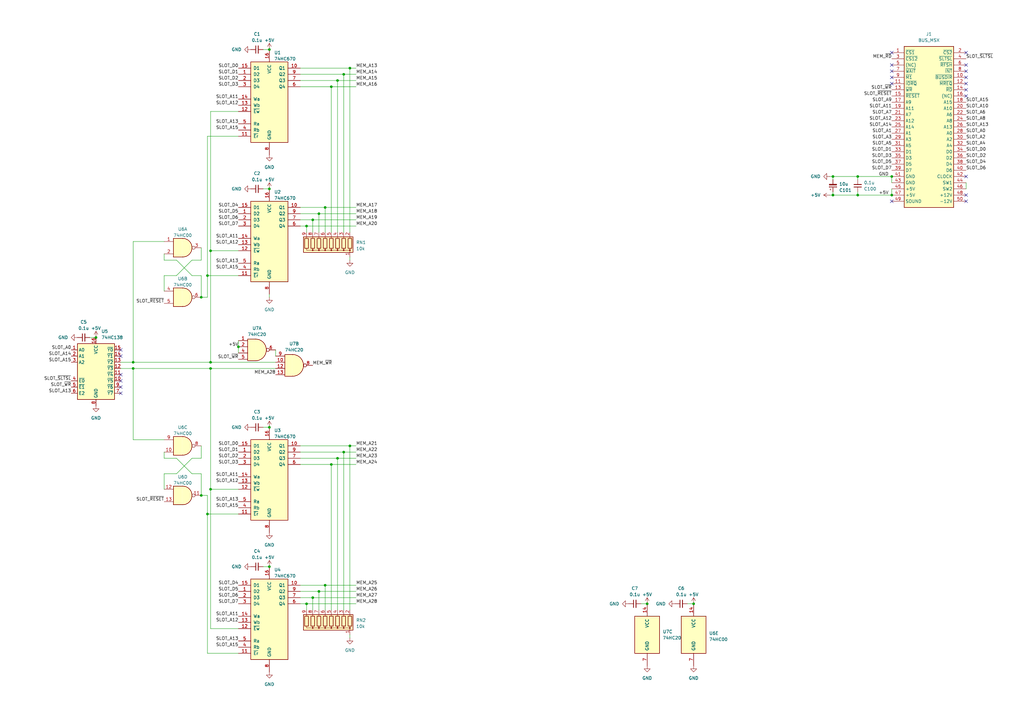
<source format=kicad_sch>
(kicad_sch (version 20230121) (generator eeschema)
  (paper "A3")
  (title_block (title "16bitバンク メガロムコントローラー (74x670版)") (date "2024-02-28") (rev "0") (company "Goripon Hardware"))
  (lib_symbols
    (symbol "74xx:74HC138"
      (property "Reference" "U" (at -7.62 13.97 0))
      (property "Value" "74HC138" (at 2.54 -11.43 0))
      (symbol "74HC138_0_1"
        (rectangle (start -7.62 12.7) (end 7.62 -10.16) (stroke (width 0.254)) (fill (type background)))
      )
      (symbol "74HC138_1_1"
        (pin input line (at -10.16 10.16 0) (length 2.54) (name "A0") (number "1"))
        (pin output line (at 10.16 -2.54 180) (length 2.54) (name "~{Y5}") (number "10"))
        (pin output line (at 10.16 0 180) (length 2.54) (name "~{Y4}") (number "11"))
        (pin output line (at 10.16 2.54 180) (length 2.54) (name "~{Y3}") (number "12"))
        (pin output line (at 10.16 5.08 180) (length 2.54) (name "~{Y2}") (number "13"))
        (pin output line (at 10.16 7.62 180) (length 2.54) (name "~{Y1}") (number "14"))
        (pin output line (at 10.16 10.16 180) (length 2.54) (name "~{Y0}") (number "15"))
        (pin power_in line (at 0 15.24 270) (length 2.54) (name "VCC") (number "16"))
        (pin input line (at -10.16 7.62 0) (length 2.54) (name "A1") (number "2"))
        (pin input line (at -10.16 5.08 0) (length 2.54) (name "A2") (number "3"))
        (pin input line (at -10.16 -2.54 0) (length 2.54) (name "~{E0}") (number "4"))
        (pin input line (at -10.16 -5.08 0) (length 2.54) (name "~{E1}") (number "5"))
        (pin input line (at -10.16 -7.62 0) (length 2.54) (name "E2") (number "6"))
        (pin output line (at 10.16 -7.62 180) (length 2.54) (name "~{Y7}") (number "7"))
        (pin power_in line (at 0 -12.7 90) (length 2.54) (name "GND") (number "8"))
        (pin output line (at 10.16 -5.08 180) (length 2.54) (name "~{Y6}") (number "9"))
      )
    )
    (symbol "74xx:74LS00" (pin_names (offset 1.016))
      (property "Reference" "U" (at 0 1.27 0))
      (property "Value" "74LS00" (at 0 -1.27 0))
      (symbol "74LS00_1_1"
        (arc (start 0 -3.81) (mid 3.7934 0) (end 0 3.81) (stroke (width 0.254)) (fill (type background)))
        (polyline (pts (xy 0 3.81) (xy -3.81 3.81) (xy -3.81 -3.81) (xy 0 -3.81)) (stroke (width 0.254)) (fill (type background)))
        (pin input line (at -7.62 2.54 0) (length 3.81) (name "~") (number "1"))
        (pin input line (at -7.62 -2.54 0) (length 3.81) (name "~") (number "2"))
        (pin output inverted (at 7.62 0 180) (length 3.81) (name "~") (number "3"))
      )
      (symbol "74LS00_1_2"
        (arc (start -3.81 -3.81) (mid -2.589 0) (end -3.81 3.81) (stroke (width 0.254)))
        (arc (start -0.6096 -3.81) (mid 2.1842 -2.5851) (end 3.81 0) (stroke (width 0.254)) (fill (type background)))
        (polyline (pts (xy -3.81 -3.81) (xy -0.635 -3.81)) (stroke (width 0.254)) (fill (type background)))
        (polyline (pts (xy -3.81 3.81) (xy -0.635 3.81)) (stroke (width 0.254)) (fill (type background)))
        (polyline (pts (xy -0.635 3.81) (xy -3.81 3.81) (xy -3.81 3.81) (xy -3.556 3.4036) (xy -3.0226 2.2606) (xy -2.6924 1.0414) (xy -2.6162 -0.254) (xy -2.7686 -1.4986) (xy -3.175 -2.7178) (xy -3.81 -3.81) (xy -3.81 -3.81) (xy -0.635 -3.81)) (stroke (width -25.4)) (fill (type background)))
        (arc (start 3.81 0) (mid 2.1915 2.5936) (end -0.6096 3.81) (stroke (width 0.254)) (fill (type background)))
        (pin input inverted (at -7.62 2.54 0) (length 4.318) (name "~") (number "1"))
        (pin input inverted (at -7.62 -2.54 0) (length 4.318) (name "~") (number "2"))
        (pin output line (at 7.62 0 180) (length 3.81) (name "~") (number "3"))
      )
      (symbol "74LS00_2_1"
        (arc (start 0 -3.81) (mid 3.7934 0) (end 0 3.81) (stroke (width 0.254)) (fill (type background)))
        (polyline (pts (xy 0 3.81) (xy -3.81 3.81) (xy -3.81 -3.81) (xy 0 -3.81)) (stroke (width 0.254)) (fill (type background)))
        (pin input line (at -7.62 2.54 0) (length 3.81) (name "~") (number "4"))
        (pin input line (at -7.62 -2.54 0) (length 3.81) (name "~") (number "5"))
        (pin output inverted (at 7.62 0 180) (length 3.81) (name "~") (number "6"))
      )
      (symbol "74LS00_2_2"
        (arc (start -3.81 -3.81) (mid -2.589 0) (end -3.81 3.81) (stroke (width 0.254)))
        (arc (start -0.6096 -3.81) (mid 2.1842 -2.5851) (end 3.81 0) (stroke (width 0.254)) (fill (type background)))
        (polyline (pts (xy -3.81 -3.81) (xy -0.635 -3.81)) (stroke (width 0.254)) (fill (type background)))
        (polyline (pts (xy -3.81 3.81) (xy -0.635 3.81)) (stroke (width 0.254)) (fill (type background)))
        (polyline (pts (xy -0.635 3.81) (xy -3.81 3.81) (xy -3.81 3.81) (xy -3.556 3.4036) (xy -3.0226 2.2606) (xy -2.6924 1.0414) (xy -2.6162 -0.254) (xy -2.7686 -1.4986) (xy -3.175 -2.7178) (xy -3.81 -3.81) (xy -3.81 -3.81) (xy -0.635 -3.81)) (stroke (width -25.4)) (fill (type background)))
        (arc (start 3.81 0) (mid 2.1915 2.5936) (end -0.6096 3.81) (stroke (width 0.254)) (fill (type background)))
        (pin input inverted (at -7.62 2.54 0) (length 4.318) (name "~") (number "4"))
        (pin input inverted (at -7.62 -2.54 0) (length 4.318) (name "~") (number "5"))
        (pin output line (at 7.62 0 180) (length 3.81) (name "~") (number "6"))
      )
      (symbol "74LS00_3_1"
        (arc (start 0 -3.81) (mid 3.7934 0) (end 0 3.81) (stroke (width 0.254)) (fill (type background)))
        (polyline (pts (xy 0 3.81) (xy -3.81 3.81) (xy -3.81 -3.81) (xy 0 -3.81)) (stroke (width 0.254)) (fill (type background)))
        (pin input line (at -7.62 -2.54 0) (length 3.81) (name "~") (number "10"))
        (pin output inverted (at 7.62 0 180) (length 3.81) (name "~") (number "8"))
        (pin input line (at -7.62 2.54 0) (length 3.81) (name "~") (number "9"))
      )
      (symbol "74LS00_3_2"
        (arc (start -3.81 -3.81) (mid -2.589 0) (end -3.81 3.81) (stroke (width 0.254)))
        (arc (start -0.6096 -3.81) (mid 2.1842 -2.5851) (end 3.81 0) (stroke (width 0.254)) (fill (type background)))
        (polyline (pts (xy -3.81 -3.81) (xy -0.635 -3.81)) (stroke (width 0.254)) (fill (type background)))
        (polyline (pts (xy -3.81 3.81) (xy -0.635 3.81)) (stroke (width 0.254)) (fill (type background)))
        (polyline (pts (xy -0.635 3.81) (xy -3.81 3.81) (xy -3.81 3.81) (xy -3.556 3.4036) (xy -3.0226 2.2606) (xy -2.6924 1.0414) (xy -2.6162 -0.254) (xy -2.7686 -1.4986) (xy -3.175 -2.7178) (xy -3.81 -3.81) (xy -3.81 -3.81) (xy -0.635 -3.81)) (stroke (width -25.4)) (fill (type background)))
        (arc (start 3.81 0) (mid 2.1915 2.5936) (end -0.6096 3.81) (stroke (width 0.254)) (fill (type background)))
        (pin input inverted (at -7.62 -2.54 0) (length 4.318) (name "~") (number "10"))
        (pin output line (at 7.62 0 180) (length 3.81) (name "~") (number "8"))
        (pin input inverted (at -7.62 2.54 0) (length 4.318) (name "~") (number "9"))
      )
      (symbol "74LS00_4_1"
        (arc (start 0 -3.81) (mid 3.7934 0) (end 0 3.81) (stroke (width 0.254)) (fill (type background)))
        (polyline (pts (xy 0 3.81) (xy -3.81 3.81) (xy -3.81 -3.81) (xy 0 -3.81)) (stroke (width 0.254)) (fill (type background)))
        (pin output inverted (at 7.62 0 180) (length 3.81) (name "~") (number "11"))
        (pin input line (at -7.62 2.54 0) (length 3.81) (name "~") (number "12"))
        (pin input line (at -7.62 -2.54 0) (length 3.81) (name "~") (number "13"))
      )
      (symbol "74LS00_4_2"
        (arc (start -3.81 -3.81) (mid -2.589 0) (end -3.81 3.81) (stroke (width 0.254)))
        (arc (start -0.6096 -3.81) (mid 2.1842 -2.5851) (end 3.81 0) (stroke (width 0.254)) (fill (type background)))
        (polyline (pts (xy -3.81 -3.81) (xy -0.635 -3.81)) (stroke (width 0.254)) (fill (type background)))
        (polyline (pts (xy -3.81 3.81) (xy -0.635 3.81)) (stroke (width 0.254)) (fill (type background)))
        (polyline (pts (xy -0.635 3.81) (xy -3.81 3.81) (xy -3.81 3.81) (xy -3.556 3.4036) (xy -3.0226 2.2606) (xy -2.6924 1.0414) (xy -2.6162 -0.254) (xy -2.7686 -1.4986) (xy -3.175 -2.7178) (xy -3.81 -3.81) (xy -3.81 -3.81) (xy -0.635 -3.81)) (stroke (width -25.4)) (fill (type background)))
        (arc (start 3.81 0) (mid 2.1915 2.5936) (end -0.6096 3.81) (stroke (width 0.254)) (fill (type background)))
        (pin output line (at 7.62 0 180) (length 3.81) (name "~") (number "11"))
        (pin input inverted (at -7.62 2.54 0) (length 4.318) (name "~") (number "12"))
        (pin input inverted (at -7.62 -2.54 0) (length 4.318) (name "~") (number "13"))
      )
      (symbol "74LS00_5_0"
        (pin power_in line (at 0 12.7 270) (length 5.08) (name "VCC") (number "14"))
        (pin power_in line (at 0 -12.7 90) (length 5.08) (name "GND") (number "7"))
      )
      (symbol "74LS00_5_1"
        (rectangle (start -5.08 7.62) (end 5.08 -7.62) (stroke (width 0.254)) (fill (type background)))
      )
    )
    (symbol "74xx:74LS670" (pin_names (offset 1.016))
      (property "Reference" "U" (at -7.62 16.51 0))
      (property "Value" "74LS670" (at -7.62 -19.05 0))
      (symbol "74LS670_1_0"
        (pin input line (at -12.7 10.16 0) (length 5.08) (name "D2") (number "1"))
        (pin tri_state line (at 12.7 12.7 180) (length 5.08) (name "Q1") (number "10"))
        (pin input line (at -12.7 -15.24 0) (length 5.08) (name "~{Er}") (number "11"))
        (pin input line (at -12.7 -5.08 0) (length 5.08) (name "~{Ew}") (number "12"))
        (pin input line (at -12.7 -2.54 0) (length 5.08) (name "Wb") (number "13"))
        (pin input line (at -12.7 0 0) (length 5.08) (name "Wa") (number "14"))
        (pin input line (at -12.7 12.7 0) (length 5.08) (name "D1") (number "15"))
        (pin power_in line (at 0 20.32 270) (length 5.08) (name "VCC") (number "16"))
        (pin input line (at -12.7 7.62 0) (length 5.08) (name "D3") (number "2"))
        (pin input line (at -12.7 5.08 0) (length 5.08) (name "D4") (number "3"))
        (pin input line (at -12.7 -12.7 0) (length 5.08) (name "Rb") (number "4"))
        (pin input line (at -12.7 -10.16 0) (length 5.08) (name "Ra") (number "5"))
        (pin tri_state line (at 12.7 5.08 180) (length 5.08) (name "Q4") (number "6"))
        (pin tri_state line (at 12.7 7.62 180) (length 5.08) (name "Q3") (number "7"))
        (pin power_in line (at 0 -22.86 90) (length 5.08) (name "GND") (number "8"))
        (pin tri_state line (at 12.7 10.16 180) (length 5.08) (name "Q2") (number "9"))
      )
      (symbol "74LS670_1_1"
        (rectangle (start -7.62 15.24) (end 7.62 -17.78) (stroke (width 0.254)) (fill (type background)))
      )
    )
    (symbol "Device:C_Polarized_Small" (pin_numbers hide) (pin_names (offset 0.254) hide)
      (property "Reference" "C" (at 0.254 1.778 0))
      (property "Value" "C_Polarized_Small" (at 0.254 -2.032 0))
      (symbol "C_Polarized_Small_0_1"
        (rectangle (start -1.524 -0.3048) (end 1.524 -0.6858) (fill (type outline)))
        (rectangle (start -1.524 0.6858) (end 1.524 0.3048))
        (polyline (pts (xy -1.27 1.524) (xy -0.762 1.524)))
        (polyline (pts (xy -1.016 1.27) (xy -1.016 1.778)))
      )
      (symbol "C_Polarized_Small_1_1"
        (pin passive line (at 0 2.54 270) (length 1.8542) (name "~") (number "1"))
        (pin passive line (at 0 -2.54 90) (length 1.8542) (name "~") (number "2"))
      )
    )
    (symbol "Device:C_Small" (pin_numbers hide) (pin_names (offset 0.254) hide)
      (property "Reference" "C" (at 0.254 1.778 0))
      (property "Value" "C_Small" (at 0.254 -2.032 0))
      (symbol "C_Small_0_1"
        (polyline (pts (xy -1.524 -0.508) (xy 1.524 -0.508)) (stroke (width 0.3302)))
        (polyline (pts (xy -1.524 0.508) (xy 1.524 0.508)) (stroke (width 0.3048)))
      )
      (symbol "C_Small_1_1"
        (pin passive line (at 0 2.54 270) (length 2.032) (name "~") (number "1"))
        (pin passive line (at 0 -2.54 90) (length 2.032) (name "~") (number "2"))
      )
    )
    (symbol "Device:R_Network08" (pin_names (offset 0) hide)
      (property "Reference" "RN" (at -12.7 0 90))
      (property "Value" "R_Network08" (at 10.16 0 90))
      (symbol "R_Network08_0_1"
        (rectangle (start -11.43 -3.175) (end 8.89 3.175) (stroke (width 0.254)) (fill (type background)))
        (rectangle (start -10.922 1.524) (end -9.398 -2.54) (stroke (width 0.254)))
        (circle (center -10.16 2.286) (radius 0.254) (fill (type outline)))
        (rectangle (start -8.382 1.524) (end -6.858 -2.54) (stroke (width 0.254)))
        (circle (center -7.62 2.286) (radius 0.254) (fill (type outline)))
        (rectangle (start -5.842 1.524) (end -4.318 -2.54) (stroke (width 0.254)))
        (circle (center -5.08 2.286) (radius 0.254) (fill (type outline)))
        (rectangle (start -3.302 1.524) (end -1.778 -2.54) (stroke (width 0.254)))
        (circle (center -2.54 2.286) (radius 0.254) (fill (type outline)))
        (rectangle (start -0.762 1.524) (end 0.762 -2.54) (stroke (width 0.254)))
        (polyline (pts (xy -10.16 -2.54) (xy -10.16 -3.81)))
        (polyline (pts (xy -7.62 -2.54) (xy -7.62 -3.81)))
        (polyline (pts (xy -5.08 -2.54) (xy -5.08 -3.81)))
        (polyline (pts (xy -2.54 -2.54) (xy -2.54 -3.81)))
        (polyline (pts (xy 0 -2.54) (xy 0 -3.81)))
        (polyline (pts (xy 2.54 -2.54) (xy 2.54 -3.81)))
        (polyline (pts (xy 5.08 -2.54) (xy 5.08 -3.81)))
        (polyline (pts (xy 7.62 -2.54) (xy 7.62 -3.81)))
        (polyline (pts (xy -10.16 1.524) (xy -10.16 2.286) (xy -7.62 2.286) (xy -7.62 1.524)))
        (polyline (pts (xy -7.62 1.524) (xy -7.62 2.286) (xy -5.08 2.286) (xy -5.08 1.524)))
        (polyline (pts (xy -5.08 1.524) (xy -5.08 2.286) (xy -2.54 2.286) (xy -2.54 1.524)))
        (polyline (pts (xy -2.54 1.524) (xy -2.54 2.286) (xy 0 2.286) (xy 0 1.524)))
        (polyline (pts (xy 0 1.524) (xy 0 2.286) (xy 2.54 2.286) (xy 2.54 1.524)))
        (polyline (pts (xy 2.54 1.524) (xy 2.54 2.286) (xy 5.08 2.286) (xy 5.08 1.524)))
        (polyline (pts (xy 5.08 1.524) (xy 5.08 2.286) (xy 7.62 2.286) (xy 7.62 1.524)))
        (circle (center 0 2.286) (radius 0.254) (fill (type outline)))
        (rectangle (start 1.778 1.524) (end 3.302 -2.54) (stroke (width 0.254)))
        (circle (center 2.54 2.286) (radius 0.254) (fill (type outline)))
        (rectangle (start 4.318 1.524) (end 5.842 -2.54) (stroke (width 0.254)))
        (circle (center 5.08 2.286) (radius 0.254) (fill (type outline)))
        (rectangle (start 6.858 1.524) (end 8.382 -2.54) (stroke (width 0.254)))
      )
      (symbol "R_Network08_1_1"
        (pin passive line (at -10.16 5.08 270) (length 2.54) (name "common") (number "1"))
        (pin passive line (at -10.16 -5.08 90) (length 1.27) (name "R1") (number "2"))
        (pin passive line (at -7.62 -5.08 90) (length 1.27) (name "R2") (number "3"))
        (pin passive line (at -5.08 -5.08 90) (length 1.27) (name "R3") (number "4"))
        (pin passive line (at -2.54 -5.08 90) (length 1.27) (name "R4") (number "5"))
        (pin passive line (at 0 -5.08 90) (length 1.27) (name "R5") (number "6"))
        (pin passive line (at 2.54 -5.08 90) (length 1.27) (name "R6") (number "7"))
        (pin passive line (at 5.08 -5.08 90) (length 1.27) (name "R7") (number "8"))
        (pin passive line (at 7.62 -5.08 90) (length 1.27) (name "R8") (number "9"))
      )
    )
    (symbol "ProjectLibrary:BUS_MSX"
      (property "Reference" "J" (at 0 42.545 0))
      (property "Value" "BUS_MSX" (at 0 -27.94 0))
      (symbol "BUS_MSX_0_1"
        (rectangle (start -10.16 40.64) (end 10.16 -25.4) (stroke (width 0.254)) (fill (type background)))
      )
      (symbol "BUS_MSX_1_1"
        (pin passive line (at -15.24 38.1 0) (length 5.08) (name "~{CS1}") (number "1"))
        (pin passive line (at 15.24 27.94 180) (length 5.08) (name "~{BUSDIR}") (number "10"))
        (pin passive line (at -15.24 25.4 0) (length 5.08) (name "~{IORQ}") (number "11"))
        (pin passive line (at 15.24 25.4 180) (length 5.08) (name "~{MREQ}") (number "12"))
        (pin passive line (at -15.24 22.86 0) (length 5.08) (name "~{WR}") (number "13"))
        (pin passive line (at 15.24 22.86 180) (length 5.08) (name "~{RD}") (number "14"))
        (pin passive line (at -15.24 20.32 0) (length 5.08) (name "~{RESET}") (number "15"))
        (pin passive line (at 15.24 20.32 180) (length 5.08) (name "(NC)") (number "16"))
        (pin passive line (at -15.24 17.78 0) (length 5.08) (name "A9") (number "17"))
        (pin passive line (at 15.24 17.78 180) (length 5.08) (name "A15") (number "18"))
        (pin passive line (at -15.24 15.24 0) (length 5.08) (name "A11") (number "19"))
        (pin passive line (at 15.24 38.1 180) (length 5.08) (name "~{CS2}") (number "2"))
        (pin passive line (at 15.24 15.24 180) (length 5.08) (name "A10") (number "20"))
        (pin passive line (at -15.24 12.7 0) (length 5.08) (name "A7") (number "21"))
        (pin passive line (at 15.24 12.7 180) (length 5.08) (name "A6") (number "22"))
        (pin passive line (at -15.24 10.16 0) (length 5.08) (name "A12") (number "23"))
        (pin passive line (at 15.24 10.16 180) (length 5.08) (name "A8") (number "24"))
        (pin passive line (at -15.24 7.62 0) (length 5.08) (name "A14") (number "25"))
        (pin passive line (at 15.24 7.62 180) (length 5.08) (name "A13") (number "26"))
        (pin passive line (at -15.24 5.08 0) (length 5.08) (name "A1") (number "27"))
        (pin passive line (at 15.24 5.08 180) (length 5.08) (name "A0") (number "28"))
        (pin passive line (at -15.24 2.54 0) (length 5.08) (name "A3") (number "29"))
        (pin passive line (at -15.24 35.56 0) (length 5.08) (name "~{CS12}") (number "3"))
        (pin passive line (at 15.24 2.54 180) (length 5.08) (name "A2") (number "30"))
        (pin passive line (at -15.24 0 0) (length 5.08) (name "A5") (number "31"))
        (pin passive line (at 15.24 0 180) (length 5.08) (name "A4") (number "32"))
        (pin passive line (at -15.24 -2.54 0) (length 5.08) (name "D1") (number "33"))
        (pin passive line (at 15.24 -2.54 180) (length 5.08) (name "D0") (number "34"))
        (pin passive line (at -15.24 -5.08 0) (length 5.08) (name "D3") (number "35"))
        (pin passive line (at 15.24 -5.08 180) (length 5.08) (name "D2") (number "36"))
        (pin passive line (at -15.24 -7.62 0) (length 5.08) (name "D5") (number "37"))
        (pin passive line (at 15.24 -7.62 180) (length 5.08) (name "D4") (number "38"))
        (pin passive line (at -15.24 -10.16 0) (length 5.08) (name "D7") (number "39"))
        (pin passive line (at 15.24 35.56 180) (length 5.08) (name "~{SLTSL}") (number "4"))
        (pin passive line (at 15.24 -10.16 180) (length 5.08) (name "D6") (number "40"))
        (pin passive line (at -15.24 -12.7 0) (length 5.08) (name "GND") (number "41"))
        (pin passive line (at 15.24 -12.7 180) (length 5.08) (name "CLOCK") (number "42"))
        (pin passive line (at -15.24 -15.24 0) (length 5.08) (name "GND") (number "43"))
        (pin passive line (at 15.24 -15.24 180) (length 5.08) (name "SW1") (number "44"))
        (pin passive line (at -15.24 -17.78 0) (length 5.08) (name "+5V") (number "45"))
        (pin passive line (at 15.24 -17.78 180) (length 5.08) (name "SW2") (number "46"))
        (pin passive line (at -15.24 -20.32 0) (length 5.08) (name "+5V") (number "47"))
        (pin passive line (at 15.24 -20.32 180) (length 5.08) (name "+12V") (number "48"))
        (pin passive line (at -15.24 -22.86 0) (length 5.08) (name "SOUND") (number "49"))
        (pin passive line (at -15.24 33.02 0) (length 5.08) (name "(NC)") (number "5"))
        (pin passive line (at 15.24 -22.86 180) (length 5.08) (name "-12V") (number "50"))
        (pin passive line (at 15.24 33.02 180) (length 5.08) (name "~{RFSH}") (number "6"))
        (pin passive line (at -15.24 30.48 0) (length 5.08) (name "~{WAIT}") (number "7"))
        (pin passive line (at 15.24 30.48 180) (length 5.08) (name "~{INT}") (number "8"))
        (pin passive line (at -15.24 27.94 0) (length 5.08) (name "~{M1}") (number "9"))
      )
    )
    (symbol "_GoriponsoftLibrary:74HC20" (pin_names (offset 1.016))
      (property "Reference" "U" (at 0 1.27 0))
      (property "Value" "74HC20" (at 0 -1.27 0))
      (symbol "74HC20_1_1"
        (arc (start -0.635 -4.445) (mid 3.7907 0) (end -0.635 4.445) (stroke (width 0.254)) (fill (type background)))
        (polyline (pts (xy -0.635 4.445) (xy -3.81 4.445) (xy -3.81 -4.445) (xy -0.635 -4.445)) (stroke (width 0.254)) (fill (type background)))
        (pin input line (at -7.62 3.81 0) (length 3.81) (name "~") (number "1"))
        (pin input line (at -7.62 1.27 0) (length 3.81) (name "~") (number "2"))
        (pin input line (at -7.62 -1.27 0) (length 3.81) (name "~") (number "4"))
        (pin input line (at -7.62 -3.81 0) (length 3.81) (name "~") (number "5"))
        (pin output inverted (at 7.62 0 180) (length 3.81) (name "~") (number "6"))
      )
      (symbol "74HC20_1_2"
        (arc (start -3.81 -4.445) (mid -2.5908 0) (end -3.81 4.445) (stroke (width 0.254)))
        (arc (start -0.6096 -4.445) (mid 2.2246 -2.8422) (end 3.81 0) (stroke (width 0.254)) (fill (type background)))
        (polyline (pts (xy -3.81 -4.445) (xy -0.635 -4.445)) (stroke (width 0.254)) (fill (type background)))
        (polyline (pts (xy -3.81 4.445) (xy -0.635 4.445)) (stroke (width 0.254)) (fill (type background)))
        (polyline (pts (xy -0.635 4.445) (xy -3.81 4.445) (xy -3.81 4.445) (xy -3.6322 4.0894) (xy -3.0988 2.921) (xy -2.7686 1.6764) (xy -2.6162 0.4318) (xy -2.6416 -0.8636) (xy -2.8702 -2.1082) (xy -3.2512 -3.3274) (xy -3.81 -4.445) (xy -3.81 -4.445) (xy -0.635 -4.445)) (stroke (width -25.4)) (fill (type background)))
        (arc (start 3.81 0) (mid 2.2204 2.8379) (end -0.6096 4.445) (stroke (width 0.254)) (fill (type background)))
        (pin input inverted (at -7.62 3.81 0) (length 3.81) (name "~") (number "1"))
        (pin input inverted (at -7.62 1.27 0) (length 4.826) (name "~") (number "2"))
        (pin input inverted (at -7.62 -1.27 0) (length 4.826) (name "~") (number "4"))
        (pin input inverted (at -7.62 -3.81 0) (length 3.81) (name "~") (number "5"))
        (pin output line (at 7.62 0 180) (length 3.81) (name "~") (number "6"))
      )
      (symbol "74HC20_2_1"
        (arc (start -0.635 -4.445) (mid 3.7907 0) (end -0.635 4.445) (stroke (width 0.254)) (fill (type background)))
        (polyline (pts (xy -0.635 4.445) (xy -3.81 4.445) (xy -3.81 -4.445) (xy -0.635 -4.445)) (stroke (width 0.254)) (fill (type background)))
        (pin input line (at -7.62 1.27 0) (length 3.81) (name "~") (number "10"))
        (pin input line (at -7.62 -1.27 0) (length 3.81) (name "~") (number "12"))
        (pin input line (at -7.62 -3.81 0) (length 3.81) (name "~") (number "13"))
        (pin output inverted (at 7.62 0 180) (length 3.81) (name "~") (number "8"))
        (pin input line (at -7.62 3.81 0) (length 3.81) (name "~") (number "9"))
      )
      (symbol "74HC20_2_2"
        (arc (start -3.81 -4.445) (mid -2.5908 0) (end -3.81 4.445) (stroke (width 0.254)))
        (arc (start -0.6096 -4.445) (mid 2.2246 -2.8422) (end 3.81 0) (stroke (width 0.254)) (fill (type background)))
        (polyline (pts (xy -3.81 -4.445) (xy -0.635 -4.445)) (stroke (width 0.254)) (fill (type background)))
        (polyline (pts (xy -3.81 4.445) (xy -0.635 4.445)) (stroke (width 0.254)) (fill (type background)))
        (polyline (pts (xy -0.635 4.445) (xy -3.81 4.445) (xy -3.81 4.445) (xy -3.6322 4.0894) (xy -3.0988 2.921) (xy -2.7686 1.6764) (xy -2.6162 0.4318) (xy -2.6416 -0.8636) (xy -2.8702 -2.1082) (xy -3.2512 -3.3274) (xy -3.81 -4.445) (xy -3.81 -4.445) (xy -0.635 -4.445)) (stroke (width -25.4)) (fill (type background)))
        (arc (start 3.81 0) (mid 2.2204 2.8379) (end -0.6096 4.445) (stroke (width 0.254)) (fill (type background)))
        (pin input inverted (at -7.62 1.27 0) (length 4.826) (name "~") (number "10"))
        (pin input inverted (at -7.62 -1.27 0) (length 4.826) (name "~") (number "12"))
        (pin input inverted (at -7.62 -3.81 0) (length 3.81) (name "~") (number "13"))
        (pin output line (at 7.62 0 180) (length 3.81) (name "~") (number "8"))
        (pin input inverted (at -7.62 3.81 0) (length 3.81) (name "~") (number "9"))
      )
      (symbol "74HC20_3_0"
        (pin power_in line (at 0 12.7 270) (length 5.08) (name "VCC") (number "14"))
        (pin power_in line (at 0 -12.7 90) (length 5.08) (name "GND") (number "7"))
      )
      (symbol "74HC20_3_1"
        (rectangle (start -5.08 7.62) (end 5.08 -7.62) (stroke (width 0.254)) (fill (type background)))
      )
    )
    (symbol "power:+5V" (power) (pin_names (offset 0))
      (property "Value" "+5V" (at 0 3.556 0))
      (symbol "+5V_0_1"
        (polyline (pts (xy -0.762 1.27) (xy 0 2.54)))
        (polyline (pts (xy 0 0) (xy 0 2.54)))
        (polyline (pts (xy 0 2.54) (xy 0.762 1.27)))
      )
      (symbol "+5V_1_1"
        (pin power_in line (at 0 0 90) (length 0) hide (name "+5V") (number "1"))
      )
    )
    (symbol "power:GND" (power) (pin_names (offset 0))
      (property "Value" "GND" (at 0 -3.81 0))
      (symbol "GND_0_1"
        (polyline (pts (xy 0 0) (xy 0 -1.27) (xy 1.27 -1.27) (xy 0 -2.54) (xy -1.27 -1.27) (xy 0 -1.27)))
      )
      (symbol "GND_1_1"
        (pin power_in line (at 0 0 270) (length 0) hide (name "GND") (number "1"))
      )
    )
  )
  (junction (at 85.09 210.82))
  (junction (at 138.43 33.02))
  (junction (at 143.51 182.88))
  (junction (at 341.63 72.39))
  (junction (at 351.79 80.01))
  (junction (at 135.89 35.56))
  (junction (at 128.27 90.17))
  (junction (at 110.49 20.32))
  (junction (at 54.61 151.13))
  (junction (at 140.97 30.48))
  (junction (at 130.81 87.63))
  (junction (at 86.36 151.13))
  (junction (at 125.73 92.71))
  (junction (at 125.73 247.65))
  (junction (at 128.27 245.11))
  (junction (at 284.48 247.65))
  (junction (at 39.37 138.43))
  (junction (at 97.79 142.24))
  (junction (at 365.76 80.01))
  (junction (at 265.43 247.65))
  (junction (at 86.36 148.59))
  (junction (at 54.61 148.59))
  (junction (at 365.76 72.39))
  (junction (at 138.43 187.96))
  (junction (at 341.63 80.01))
  (junction (at 110.49 232.41))
  (junction (at 130.81 242.57))
  (junction (at 133.35 85.09))
  (junction (at 135.89 190.5))
  (junction (at 85.09 113.03))
  (junction (at 143.51 27.94))
  (junction (at 82.55 203.2))
  (junction (at 351.79 72.39))
  (junction (at 110.49 77.47))
  (junction (at 86.36 102.87))
  (junction (at 140.97 185.42))
  (junction (at 110.49 175.26))
  (junction (at 82.55 121.92))
  (junction (at 133.35 240.03))
  (junction (at 86.36 200.66))
  (no_connect (at 396.24 39.37))
  (no_connect (at 396.24 82.55))
  (no_connect (at 396.24 21.59))
  (no_connect (at 365.76 21.59))
  (no_connect (at 365.76 34.29))
  (no_connect (at 396.24 72.39))
  (no_connect (at 396.24 80.01))
  (no_connect (at 49.53 161.29))
  (no_connect (at 49.53 143.51))
  (no_connect (at 365.76 29.21))
  (no_connect (at 49.53 156.21))
  (no_connect (at 396.24 29.21))
  (no_connect (at 49.53 153.67))
  (no_connect (at 365.76 31.75))
  (no_connect (at 49.53 158.75))
  (no_connect (at 365.76 26.67))
  (no_connect (at 49.53 146.05))
  (no_connect (at 396.24 31.75))
  (no_connect (at 396.24 34.29))
  (no_connect (at 396.24 26.67))
  (no_connect (at 396.24 36.83))
  (no_connect (at 365.76 82.55))
  (wire (pts (xy 113.03 143.51) (xy 113.03 146.05)))
  (wire (pts (xy 143.51 95.25) (xy 143.51 27.94)))
  (wire (pts (xy 396.24 74.93) (xy 396.24 77.47)))
  (wire (pts (xy 36.83 138.43) (xy 39.37 138.43)))
  (wire (pts (xy 67.31 194.31) (xy 67.31 200.66)))
  (wire (pts (xy 143.51 105.41) (xy 143.51 106.68)))
  (wire (pts (xy 340.36 72.39) (xy 341.63 72.39)))
  (wire (pts (xy 86.36 102.87) (xy 97.79 102.87)))
  (wire (pts (xy 86.36 257.81) (xy 97.79 257.81)))
  (wire (pts (xy 138.43 187.96) (xy 138.43 250.19)))
  (wire (pts (xy 85.09 210.82) (xy 85.09 267.97)))
  (wire (pts (xy 125.73 247.65) (xy 146.05 247.65)))
  (wire (pts (xy 351.79 72.39) (xy 351.79 73.66)))
  (wire (pts (xy 82.55 121.92) (xy 85.09 121.92)))
  (wire (pts (xy 86.36 151.13) (xy 86.36 200.66)))
  (wire (pts (xy 72.39 187.96) (xy 78.74 194.31)))
  (wire (pts (xy 138.43 187.96) (xy 146.05 187.96)))
  (wire (pts (xy 143.51 182.88) (xy 123.19 182.88)))
  (wire (pts (xy 107.95 175.26) (xy 110.49 175.26)))
  (wire (pts (xy 125.73 92.71) (xy 146.05 92.71)))
  (wire (pts (xy 133.35 85.09) (xy 133.35 95.25)))
  (wire (pts (xy 107.95 20.32) (xy 110.49 20.32)))
  (wire (pts (xy 138.43 33.02) (xy 123.19 33.02)))
  (wire (pts (xy 140.97 95.25) (xy 140.97 30.48)))
  (wire (pts (xy 67.31 194.31) (xy 72.39 194.31)))
  (wire (pts (xy 85.09 210.82) (xy 97.79 210.82)))
  (wire (pts (xy 54.61 180.34) (xy 67.31 180.34)))
  (wire (pts (xy 86.36 200.66) (xy 97.79 200.66)))
  (wire (pts (xy 82.55 187.96) (xy 78.74 187.96)))
  (wire (pts (xy 135.89 35.56) (xy 123.19 35.56)))
  (wire (pts (xy 49.53 148.59) (xy 54.61 148.59)))
  (wire (pts (xy 78.74 106.68) (xy 72.39 113.03)))
  (wire (pts (xy 143.51 250.19) (xy 143.51 182.88)))
  (wire (pts (xy 67.31 185.42) (xy 67.31 187.96)))
  (wire (pts (xy 85.09 203.2) (xy 85.09 210.82)))
  (wire (pts (xy 82.55 101.6) (xy 82.55 106.68)))
  (wire (pts (xy 143.51 260.35) (xy 143.51 261.62)))
  (wire (pts (xy 78.74 113.03) (xy 82.55 113.03)))
  (wire (pts (xy 72.39 106.68) (xy 78.74 113.03)))
  (wire (pts (xy 85.09 121.92) (xy 85.09 113.03)))
  (wire (pts (xy 123.19 185.42) (xy 140.97 185.42)))
  (wire (pts (xy 86.36 151.13) (xy 113.03 151.13)))
  (wire (pts (xy 86.36 45.72) (xy 97.79 45.72)))
  (wire (pts (xy 85.09 113.03) (xy 97.79 113.03)))
  (wire (pts (xy 341.63 72.39) (xy 351.79 72.39)))
  (wire (pts (xy 140.97 30.48) (xy 146.05 30.48)))
  (wire (pts (xy 125.73 92.71) (xy 123.19 92.71)))
  (wire (pts (xy 67.31 104.14) (xy 67.31 106.68)))
  (wire (pts (xy 341.63 80.01) (xy 351.79 80.01)))
  (wire (pts (xy 54.61 99.06) (xy 67.31 99.06)))
  (wire (pts (xy 86.36 148.59) (xy 113.03 148.59)))
  (wire (pts (xy 123.19 247.65) (xy 125.73 247.65)))
  (wire (pts (xy 67.31 113.03) (xy 67.31 119.38)))
  (wire (pts (xy 82.55 106.68) (xy 78.74 106.68)))
  (wire (pts (xy 262.89 247.65) (xy 265.43 247.65)))
  (wire (pts (xy 351.79 72.39) (xy 365.76 72.39)))
  (wire (pts (xy 82.55 182.88) (xy 82.55 187.96)))
  (wire (pts (xy 143.51 27.94) (xy 123.19 27.94)))
  (wire (pts (xy 125.73 95.25) (xy 125.73 92.71)))
  (wire (pts (xy 140.97 185.42) (xy 146.05 185.42)))
  (wire (pts (xy 340.36 80.01) (xy 341.63 80.01)))
  (wire (pts (xy 128.27 95.25) (xy 128.27 90.17)))
  (wire (pts (xy 281.94 247.65) (xy 284.48 247.65)))
  (wire (pts (xy 82.55 113.03) (xy 82.55 121.92)))
  (wire (pts (xy 85.09 55.88) (xy 97.79 55.88)))
  (wire (pts (xy 130.81 242.57) (xy 123.19 242.57)))
  (wire (pts (xy 54.61 148.59) (xy 54.61 99.06)))
  (wire (pts (xy 135.89 95.25) (xy 135.89 35.56)))
  (wire (pts (xy 78.74 187.96) (xy 72.39 194.31)))
  (wire (pts (xy 138.43 33.02) (xy 146.05 33.02)))
  (wire (pts (xy 86.36 200.66) (xy 86.36 257.81)))
  (wire (pts (xy 351.79 80.01) (xy 365.76 80.01)))
  (wire (pts (xy 341.63 78.74) (xy 341.63 80.01)))
  (wire (pts (xy 128.27 90.17) (xy 123.19 90.17)))
  (wire (pts (xy 351.79 78.74) (xy 351.79 80.01)))
  (wire (pts (xy 49.53 151.13) (xy 54.61 151.13)))
  (wire (pts (xy 54.61 151.13) (xy 54.61 180.34)))
  (wire (pts (xy 128.27 245.11) (xy 128.27 250.19)))
  (wire (pts (xy 54.61 148.59) (xy 86.36 148.59)))
  (wire (pts (xy 365.76 72.39) (xy 365.76 74.93)))
  (wire (pts (xy 143.51 27.94) (xy 146.05 27.94)))
  (wire (pts (xy 130.81 242.57) (xy 146.05 242.57)))
  (wire (pts (xy 135.89 190.5) (xy 146.05 190.5)))
  (wire (pts (xy 133.35 240.03) (xy 133.35 250.19)))
  (wire (pts (xy 85.09 113.03) (xy 85.09 55.88)))
  (wire (pts (xy 123.19 240.03) (xy 133.35 240.03)))
  (wire (pts (xy 123.19 85.09) (xy 133.35 85.09)))
  (wire (pts (xy 133.35 240.03) (xy 146.05 240.03)))
  (wire (pts (xy 97.79 139.7) (xy 97.79 142.24)))
  (wire (pts (xy 128.27 90.17) (xy 146.05 90.17)))
  (wire (pts (xy 107.95 77.47) (xy 110.49 77.47)))
  (wire (pts (xy 140.97 30.48) (xy 123.19 30.48)))
  (wire (pts (xy 143.51 182.88) (xy 146.05 182.88)))
  (wire (pts (xy 82.55 203.2) (xy 85.09 203.2)))
  (wire (pts (xy 85.09 267.97) (xy 97.79 267.97)))
  (wire (pts (xy 135.89 190.5) (xy 123.19 190.5)))
  (wire (pts (xy 135.89 250.19) (xy 135.89 190.5)))
  (wire (pts (xy 133.35 85.09) (xy 146.05 85.09)))
  (wire (pts (xy 123.19 245.11) (xy 128.27 245.11)))
  (wire (pts (xy 67.31 106.68) (xy 72.39 106.68)))
  (wire (pts (xy 86.36 102.87) (xy 86.36 148.59)))
  (wire (pts (xy 82.55 194.31) (xy 82.55 203.2)))
  (wire (pts (xy 130.81 87.63) (xy 123.19 87.63)))
  (wire (pts (xy 67.31 187.96) (xy 72.39 187.96)))
  (wire (pts (xy 125.73 247.65) (xy 125.73 250.19)))
  (wire (pts (xy 54.61 151.13) (xy 86.36 151.13)))
  (wire (pts (xy 365.76 77.47) (xy 365.76 80.01)))
  (wire (pts (xy 107.95 232.41) (xy 110.49 232.41)))
  (wire (pts (xy 97.79 142.24) (xy 97.79 144.78)))
  (wire (pts (xy 123.19 187.96) (xy 138.43 187.96)))
  (wire (pts (xy 138.43 95.25) (xy 138.43 33.02)))
  (wire (pts (xy 140.97 185.42) (xy 140.97 250.19)))
  (wire (pts (xy 128.27 245.11) (xy 146.05 245.11)))
  (wire (pts (xy 135.89 35.56) (xy 146.05 35.56)))
  (wire (pts (xy 130.81 87.63) (xy 146.05 87.63)))
  (wire (pts (xy 78.74 194.31) (xy 82.55 194.31)))
  (wire (pts (xy 341.63 72.39) (xy 341.63 73.66)))
  (wire (pts (xy 130.81 250.19) (xy 130.81 242.57)))
  (wire (pts (xy 86.36 102.87) (xy 86.36 45.72)))
  (wire (pts (xy 110.49 121.92) (xy 110.49 120.65)))
  (wire (pts (xy 130.81 95.25) (xy 130.81 87.63)))
  (wire (pts (xy 67.31 113.03) (xy 72.39 113.03)))
  (label "SLOT_A6" (at 396.24 46.99 0))
  (label "MEM_~{RD}" (at 365.76 24.13 180))
  (label "SLOT_A12" (at 97.79 43.18 180))
  (label "SLOT_D4" (at 396.24 67.31 0))
  (label "SLOT_D3" (at 365.76 64.77 180))
  (label "SLOT_A11" (at 365.76 44.45 180))
  (label "MEM_A24" (at 146.05 190.5 0))
  (label "SLOT_D5" (at 365.76 67.31 180))
  (label "SLOT_~{WR}" (at 365.76 36.83 180))
  (label "SLOT_A12" (at 365.76 49.53 180))
  (label "MEM_A16" (at 146.05 35.56 0))
  (label "SLOT_A0" (at 29.21 143.51 180))
  (label "SLOT_~{SLTSL}" (at 29.21 156.21 180))
  (label "SLOT_D6" (at 97.79 245.11 180))
  (label "SLOT_A10" (at 396.24 44.45 0))
  (label "SLOT_D5" (at 97.79 242.57 180))
  (label "SLOT_A11" (at 97.79 40.64 180))
  (label "+5V" (at 364.49 80.01 180))
  (label "SLOT_A0" (at 396.24 54.61 0))
  (label "MEM_A27" (at 146.05 245.11 0))
  (label "SLOT_A14" (at 365.76 52.07 180))
  (label "+5V" (at 97.79 142.24 180))
  (label "SLOT_A7" (at 365.76 46.99 180))
  (label "MEM_A26" (at 146.05 242.57 0))
  (label "SLOT_A13" (at 97.79 205.74 180))
  (label "SLOT_A11" (at 97.79 252.73 180))
  (label "MEM_A15" (at 146.05 33.02 0))
  (label "SLOT_A15" (at 396.24 41.91 0))
  (label "SLOT_A12" (at 97.79 198.12 180))
  (label "MEM_A14" (at 146.05 30.48 0))
  (label "SLOT_A13" (at 97.79 262.89 180))
  (label "SLOT_A11" (at 97.79 195.58 180))
  (label "SLOT_~{RESET}" (at 365.76 39.37 180))
  (label "SLOT_A3" (at 365.76 57.15 180))
  (label "SLOT_D1" (at 97.79 30.48 180))
  (label "SLOT_D2" (at 97.79 33.02 180))
  (label "SLOT_A2" (at 396.24 57.15 0))
  (label "SLOT_A14" (at 29.21 146.05 180))
  (label "SLOT_~{RESET}" (at 67.31 124.46 180))
  (label "SLOT_A9" (at 365.76 41.91 180))
  (label "SLOT_D7" (at 97.79 92.71 180))
  (label "SLOT_A11" (at 97.79 97.79 180))
  (label "SLOT_A15" (at 97.79 265.43 180))
  (label "SLOT_~{WR}" (at 97.79 147.32 180))
  (label "SLOT_A13" (at 396.24 52.07 0))
  (label "MEM_A13" (at 146.05 27.94 0))
  (label "SLOT_D0" (at 396.24 62.23 0))
  (label "GND" (at 364.49 72.39 180))
  (label "SLOT_D0" (at 97.79 182.88 180))
  (label "SLOT_A4" (at 396.24 59.69 0))
  (label "SLOT_A12" (at 97.79 100.33 180))
  (label "SLOT_D2" (at 396.24 64.77 0))
  (label "MEM_A25" (at 146.05 240.03 0))
  (label "MEM_A20" (at 146.05 92.71 0))
  (label "MEM_~{WR}" (at 128.27 149.86 0))
  (label "SLOT_A15" (at 97.79 53.34 180))
  (label "SLOT_D1" (at 97.79 185.42 180))
  (label "SLOT_~{WR}" (at 29.21 158.75 180))
  (label "SLOT_~{RESET}" (at 67.31 205.74 180))
  (label "SLOT_A13" (at 97.79 107.95 180))
  (label "MEM_A22" (at 146.05 185.42 0))
  (label "SLOT_D4" (at 97.79 240.03 180))
  (label "SLOT_~{SLTSL}" (at 396.24 24.13 0))
  (label "SLOT_D6" (at 97.79 90.17 180))
  (label "SLOT_D3" (at 97.79 35.56 180))
  (label "SLOT_A1" (at 365.76 54.61 180))
  (label "MEM_A18" (at 146.05 87.63 0))
  (label "MEM_A21" (at 146.05 182.88 0))
  (label "MEM_A23" (at 146.05 187.96 0))
  (label "SLOT_D0" (at 97.79 27.94 180))
  (label "MEM_A17" (at 146.05 85.09 0))
  (label "SLOT_D2" (at 97.79 187.96 180))
  (label "SLOT_D7" (at 365.76 69.85 180))
  (label "SLOT_D7" (at 97.79 247.65 180))
  (label "SLOT_A12" (at 97.79 255.27 180))
  (label "SLOT_A15" (at 97.79 110.49 180))
  (label "SLOT_D5" (at 97.79 87.63 180))
  (label "SLOT_A15" (at 29.21 148.59 180))
  (label "SLOT_A15" (at 97.79 208.28 180))
  (label "MEM_A28" (at 146.05 247.65 0))
  (label "SLOT_D6" (at 396.24 69.85 0))
  (label "SLOT_D1" (at 365.76 62.23 180))
  (label "SLOT_A13" (at 29.21 161.29 180))
  (label "MEM_A28" (at 113.03 153.67 180))
  (label "SLOT_A8" (at 396.24 49.53 0))
  (label "SLOT_A13" (at 97.79 50.8 180))
  (label "SLOT_A5" (at 365.76 59.69 180))
  (label "SLOT_D4" (at 97.79 85.09 180))
  (label "SLOT_D3" (at 97.79 190.5 180))
  (label "MEM_A19" (at 146.05 90.17 0))
  (symbol (lib_id "74xx:74LS670") (at 110.49 195.58 0) (unit 1)
    (property "Reference" "U3" (at 112.4459 176.53 0) (effects (justify left)))
    (property "Value" "74HC670" (at 112.4459 179.07 0) (effects (justify left)))
  )
  (symbol (lib_id "power:GND") (at 102.87 175.26 270) (unit 1)
    (property "Reference" "#PWR019" (effects hide))
    (property "Value" "GND" (at 99.06 175.26 90) (effects (justify right)))
  )
  (symbol (lib_id "Device:R_Network08") (at 133.35 100.33 180) (unit 1)
    (property "Reference" "RN1" (at 146.05 99.441 0) (effects (justify right)))
    (property "Value" "10k" (at 146.05 101.981 0) (effects (justify right)))
    (property "Datasheet" "http://www.vishay.com/docs/31509/csc.pdf" (effects hide))
  )
  (symbol (lib_id "74xx:74LS00") (at 74.93 101.6 0) (unit 1)
    (property "Reference" "U6" (at 74.9217 93.98 0))
    (property "Value" "74HC00" (at 74.9217 96.52 0))
  )
  (symbol (lib_id "_GoriponsoftLibrary:74HC20") (at 105.41 143.51 0) (unit 1)
    (property "Reference" "U7" (at 105.4003 134.62 0))
    (property "Value" "74HC20" (at 105.4003 137.16 0))
    (property "Datasheet" "http://www.ti.com/lit/gpn/sn74HC20" (effects hide))
  )
  (symbol (lib_id "power:GND") (at 257.81 247.65 270) (unit 1)
    (property "Reference" "#PWR023" (effects hide))
    (property "Value" "GND" (at 254 247.65 90) (effects (justify right)))
  )
  (symbol (lib_id "Device:C_Small") (at 260.35 247.65 90) (unit 1)
    (property "Reference" "C7" (at 260.3563 241.3 90))
    (property "Value" "0.1u" (at 260.3563 243.84 90))
  )
  (symbol (lib_id "ProjectLibrary:BUS_MSX") (at 381 59.69 0) (unit 1)
    (property "Reference" "J1" (at 381 13.97 0))
    (property "Value" "BUS_MSX" (at 381 16.51 0))
    (property "Footprint" "ProjectLibrary:BUS_MSX_SHORT_CARD" (effects hide))
  )
  (symbol (lib_id "power:GND") (at 143.51 106.68 0) (unit 1)
    (property "Reference" "#PWR013" (effects hide))
    (property "Value" "GND" (at 143.51 111.76 0))
  )
  (symbol (lib_id "power:GND") (at 31.75 138.43 270) (unit 1)
    (property "Reference" "#PWR021" (effects hide))
    (property "Value" "GND" (at 27.94 138.43 90) (effects (justify right)))
  )
  (symbol (lib_id "74xx:74HC138") (at 39.37 153.67 0) (unit 1)
    (property "Reference" "U5" (at 41.5641 135.89 0) (effects (justify left)))
    (property "Value" "74HC138" (at 41.5641 138.43 0) (effects (justify left)))
    (property "Datasheet" "http://www.ti.com/lit/ds/symlink/cd74hc238.pdf" (effects hide))
  )
  (symbol (lib_id "Device:C_Small") (at 34.29 138.43 90) (unit 1)
    (property "Reference" "C5" (at 34.2963 132.08 90))
    (property "Value" "0.1u" (at 34.2963 134.62 90))
  )
  (symbol (lib_id "power:+5V") (at 39.37 138.43 0) (unit 1)
    (property "Reference" "#PWR010" (effects hide))
    (property "Value" "+5V" (at 39.37 134.62 0))
  )
  (symbol (lib_id "power:GND") (at 265.43 273.05 0) (unit 1)
    (property "Reference" "#PWR025" (effects hide))
    (property "Value" "GND" (at 265.43 278.13 0))
  )
  (symbol (lib_id "Device:C_Small") (at 279.4 247.65 90) (unit 1)
    (property "Reference" "C6" (at 279.4063 241.3 90))
    (property "Value" "0.1u" (at 279.4063 243.84 90))
  )
  (symbol (lib_id "power:GND") (at 39.37 166.37 0) (unit 1)
    (property "Reference" "#PWR011" (effects hide))
    (property "Value" "GND" (at 39.37 171.45 0))
  )
  (symbol (lib_id "power:GND") (at 110.49 275.59 0) (unit 1)
    (property "Reference" "#PWR08" (effects hide))
    (property "Value" "GND" (at 110.49 280.67 0))
  )
  (symbol (lib_id "Device:C_Polarized_Small") (at 341.63 76.2 0) (mirror x) (unit 1)
    (property "Reference" "C101" (at 344.17 78.0161 0) (effects (justify left)))
    (property "Value" "10u" (at 344.17 75.4761 0) (effects (justify left)))
  )
  (symbol (lib_id "power:GND") (at 143.51 261.62 0) (unit 1)
    (property "Reference" "#PWR014" (effects hide))
    (property "Value" "GND" (at 143.51 266.7 0))
  )
  (symbol (lib_id "power:GND") (at 284.48 273.05 0) (unit 1)
    (property "Reference" "#PWR09" (effects hide))
    (property "Value" "GND" (at 284.48 278.13 0))
  )
  (symbol (lib_id "power:+5V") (at 110.49 20.32 0) (unit 1)
    (property "Reference" "#PWR01" (effects hide))
    (property "Value" "+5V" (at 110.49 16.51 0))
  )
  (symbol (lib_id "Device:C_Small") (at 105.41 77.47 90) (unit 1)
    (property "Reference" "C2" (at 105.4163 71.12 90))
    (property "Value" "0.1u" (at 105.4163 73.66 90))
  )
  (symbol (lib_id "_GoriponsoftLibrary:74HC20") (at 120.65 149.86 0) (unit 2)
    (property "Reference" "U7" (at 120.6403 140.97 0))
    (property "Value" "74HC20" (at 120.6403 143.51 0))
    (property "Datasheet" "http://www.ti.com/lit/gpn/sn74HC20" (effects hide))
  )
  (symbol (lib_id "power:GND") (at 102.87 20.32 270) (unit 1)
    (property "Reference" "#PWR017" (effects hide))
    (property "Value" "GND" (at 99.06 20.32 90) (effects (justify right)))
  )
  (symbol (lib_id "power:GND") (at 102.87 77.47 270) (unit 1)
    (property "Reference" "#PWR018" (effects hide))
    (property "Value" "GND" (at 99.06 77.47 90) (effects (justify right)))
  )
  (symbol (lib_id "power:GND") (at 110.49 121.92 0) (unit 1)
    (property "Reference" "#PWR04" (effects hide))
    (property "Value" "GND" (at 110.49 127 0))
  )
  (symbol (lib_id "_GoriponsoftLibrary:74HC20") (at 265.43 260.35 0) (unit 3)
    (property "Reference" "U7" (at 271.78 259.08 0) (effects (justify left)))
    (property "Value" "74HC20" (at 271.78 261.62 0) (effects (justify left)))
    (property "Datasheet" "http://www.ti.com/lit/gpn/sn74HC20" (effects hide))
  )
  (symbol (lib_id "Device:C_Small") (at 105.41 20.32 90) (unit 1)
    (property "Reference" "C1" (at 105.4163 13.97 90))
    (property "Value" "0.1u" (at 105.4163 16.51 90))
  )
  (symbol (lib_id "power:+5V") (at 265.43 247.65 0) (unit 1)
    (property "Reference" "#PWR024" (effects hide))
    (property "Value" "+5V" (at 265.43 243.84 0))
  )
  (symbol (lib_id "power:GND") (at 340.36 72.39 270) (unit 1)
    (property "Reference" "#PWR016" (effects hide))
    (property "Value" "GND" (at 336.55 72.39 90) (effects (justify right)))
  )
  (symbol (lib_id "power:+5V") (at 284.48 247.65 0) (unit 1)
    (property "Reference" "#PWR012" (effects hide))
    (property "Value" "+5V" (at 284.48 243.84 0))
  )
  (symbol (lib_id "power:+5V") (at 110.49 232.41 0) (unit 1)
    (property "Reference" "#PWR07" (effects hide))
    (property "Value" "+5V" (at 110.49 228.6 0))
  )
  (symbol (lib_id "power:+5V") (at 110.49 175.26 0) (unit 1)
    (property "Reference" "#PWR06" (effects hide))
    (property "Value" "+5V" (at 110.49 171.45 0))
  )
  (symbol (lib_id "power:GND") (at 110.49 63.5 0) (unit 1)
    (property "Reference" "#PWR03" (effects hide))
    (property "Value" "GND" (at 110.49 68.58 0))
  )
  (symbol (lib_id "74xx:74LS00") (at 284.48 260.35 0) (unit 5)
    (property "Reference" "U6" (at 290.83 259.715 0) (effects (justify left)))
    (property "Value" "74HC00" (at 290.83 262.255 0) (effects (justify left)))
  )
  (symbol (lib_id "power:+5V") (at 340.36 80.01 90) (unit 1)
    (property "Reference" "#PWR015" (effects hide))
    (property "Value" "+5V" (at 336.55 80.01 90) (effects (justify left)))
  )
  (symbol (lib_id "74xx:74LS670") (at 110.49 40.64 0) (unit 1)
    (property "Reference" "U1" (at 112.4459 21.59 0) (effects (justify left)))
    (property "Value" "74HC670" (at 112.4459 24.13 0) (effects (justify left)))
  )
  (symbol (lib_id "power:GND") (at 276.86 247.65 270) (unit 1)
    (property "Reference" "#PWR022" (effects hide))
    (property "Value" "GND" (at 273.05 247.65 90) (effects (justify right)))
  )
  (symbol (lib_id "74xx:74LS670") (at 110.49 97.79 0) (unit 1)
    (property "Reference" "U2" (at 112.4459 78.74 0) (effects (justify left)))
    (property "Value" "74HC670" (at 112.4459 81.28 0) (effects (justify left)))
  )
  (symbol (lib_id "74xx:74LS670") (at 110.49 252.73 0) (unit 1)
    (property "Reference" "U4" (at 112.4459 233.68 0) (effects (justify left)))
    (property "Value" "74HC670" (at 112.4459 236.22 0) (effects (justify left)))
  )
  (symbol (lib_id "power:+5V") (at 110.49 77.47 0) (unit 1)
    (property "Reference" "#PWR02" (effects hide))
    (property "Value" "+5V" (at 110.49 73.66 0))
  )
  (symbol (lib_id "74xx:74LS00") (at 74.93 203.2 0) (unit 4)
    (property "Reference" "U6" (at 74.9217 195.58 0))
    (property "Value" "74HC00" (at 74.9217 198.12 0))
  )
  (symbol (lib_id "Device:C_Small") (at 105.41 232.41 90) (unit 1)
    (property "Reference" "C4" (at 105.4163 226.06 90))
    (property "Value" "0.1u" (at 105.4163 228.6 90))
  )
  (symbol (lib_id "power:GND") (at 110.49 218.44 0) (unit 1)
    (property "Reference" "#PWR05" (effects hide))
    (property "Value" "GND" (at 110.49 223.52 0))
  )
  (symbol (lib_id "Device:R_Network08") (at 133.35 255.27 180) (unit 1)
    (property "Reference" "RN2" (at 146.05 254.381 0) (effects (justify right)))
    (property "Value" "10k" (at 146.05 256.921 0) (effects (justify right)))
    (property "Datasheet" "http://www.vishay.com/docs/31509/csc.pdf" (effects hide))
  )
  (symbol (lib_id "74xx:74LS00") (at 74.93 121.92 0) (unit 2)
    (property "Reference" "U6" (at 74.9217 114.3 0))
    (property "Value" "74HC00" (at 74.9217 116.84 0))
  )
  (symbol (lib_id "Device:C_Small") (at 351.79 76.2 0) (mirror x) (unit 1)
    (property "Reference" "C100" (at 354.33 77.4637 0) (effects (justify left)))
    (property "Value" "0.1u" (at 354.33 74.9237 0) (effects (justify left)))
  )
  (symbol (lib_id "74xx:74LS00") (at 74.93 182.88 0) (unit 3)
    (property "Reference" "U6" (at 74.9217 175.26 0))
    (property "Value" "74HC00" (at 74.9217 177.8 0))
  )
  (symbol (lib_id "Device:C_Small") (at 105.41 175.26 90) (unit 1)
    (property "Reference" "C3" (at 105.4163 168.91 90))
    (property "Value" "0.1u" (at 105.4163 171.45 90))
  )
  (symbol (lib_id "power:GND") (at 102.87 232.41 270) (unit 1)
    (property "Reference" "#PWR020" (effects hide))
    (property "Value" "GND" (at 99.06 232.41 90) (effects (justify right)))
  )
)
</source>
